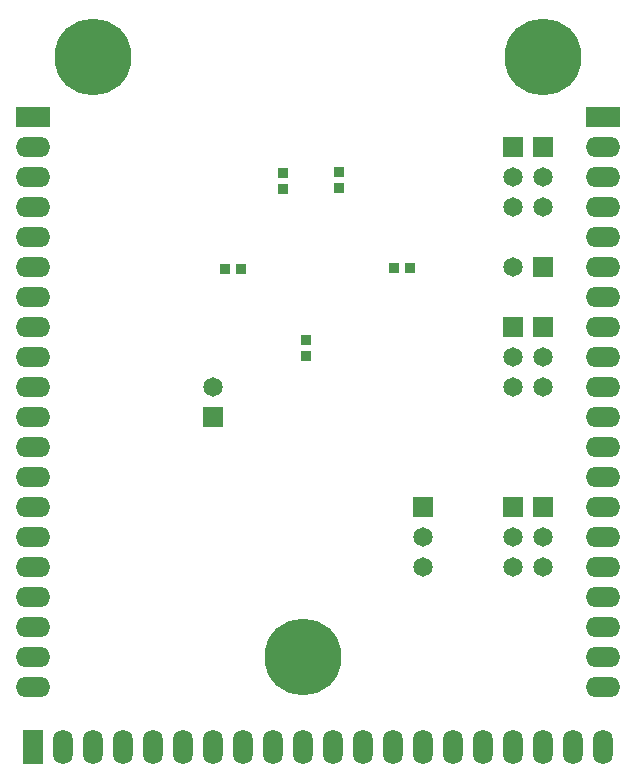
<source format=gbs>
G04*
G04 #@! TF.GenerationSoftware,Altium Limited,Altium Designer,18.1.9 (240)*
G04*
G04 Layer_Color=16711935*
%FSLAX43Y43*%
%MOMM*%
G71*
G01*
G75*
%ADD22R,0.902X0.952*%
%ADD26C,1.652*%
%ADD27R,1.652X1.652*%
%ADD28R,1.652X1.652*%
%ADD29C,6.502*%
%ADD30R,2.946X1.676*%
%ADD31O,2.946X1.676*%
%ADD32R,1.676X2.946*%
%ADD33O,1.676X2.946*%
%ADD47R,0.952X0.902*%
D22*
X31925Y40560D02*
D03*
X30575D02*
D03*
X16325Y40500D02*
D03*
X17675D02*
D03*
D26*
X40640Y40640D02*
D03*
Y33020D02*
D03*
Y30480D02*
D03*
X43180Y33020D02*
D03*
Y30480D02*
D03*
X15240D02*
D03*
X43180Y15240D02*
D03*
Y17780D02*
D03*
X40640Y15240D02*
D03*
Y17780D02*
D03*
X33020Y15240D02*
D03*
Y17780D02*
D03*
X43180Y45720D02*
D03*
Y48260D02*
D03*
X40640Y45720D02*
D03*
Y48260D02*
D03*
D27*
X43180Y40640D02*
D03*
D28*
X40640Y35560D02*
D03*
X43180D02*
D03*
X15240Y27940D02*
D03*
X43180Y20320D02*
D03*
X40640D02*
D03*
X33020D02*
D03*
X43180Y50800D02*
D03*
X40640D02*
D03*
D29*
X22860Y7620D02*
D03*
X5080Y58420D02*
D03*
X43180D02*
D03*
D30*
X0Y53340D02*
D03*
X48260D02*
D03*
D31*
X0Y50800D02*
D03*
Y48260D02*
D03*
Y45720D02*
D03*
Y43180D02*
D03*
Y40640D02*
D03*
Y38100D02*
D03*
Y35560D02*
D03*
Y33020D02*
D03*
Y30480D02*
D03*
Y27940D02*
D03*
Y25400D02*
D03*
Y22860D02*
D03*
Y20320D02*
D03*
Y17780D02*
D03*
Y15240D02*
D03*
Y12700D02*
D03*
Y10160D02*
D03*
Y7620D02*
D03*
Y5080D02*
D03*
X48260Y50800D02*
D03*
Y48260D02*
D03*
Y45720D02*
D03*
Y43180D02*
D03*
Y40640D02*
D03*
Y38100D02*
D03*
Y35560D02*
D03*
Y33020D02*
D03*
Y30480D02*
D03*
Y27940D02*
D03*
Y25400D02*
D03*
Y22860D02*
D03*
Y20320D02*
D03*
Y17780D02*
D03*
Y15240D02*
D03*
Y12700D02*
D03*
Y10160D02*
D03*
Y7620D02*
D03*
Y5080D02*
D03*
D32*
X0Y0D02*
D03*
D33*
X2540D02*
D03*
X5080D02*
D03*
X7620D02*
D03*
X10160D02*
D03*
X12700D02*
D03*
X15240D02*
D03*
X17780D02*
D03*
X20320D02*
D03*
X22860D02*
D03*
X25400D02*
D03*
X27940D02*
D03*
X30480D02*
D03*
X33020D02*
D03*
X35560D02*
D03*
X38100D02*
D03*
X40640D02*
D03*
X43180D02*
D03*
X45720D02*
D03*
X48260D02*
D03*
D47*
X25950Y48650D02*
D03*
Y47300D02*
D03*
X21200Y47225D02*
D03*
Y48575D02*
D03*
X23150Y33100D02*
D03*
Y34450D02*
D03*
M02*

</source>
